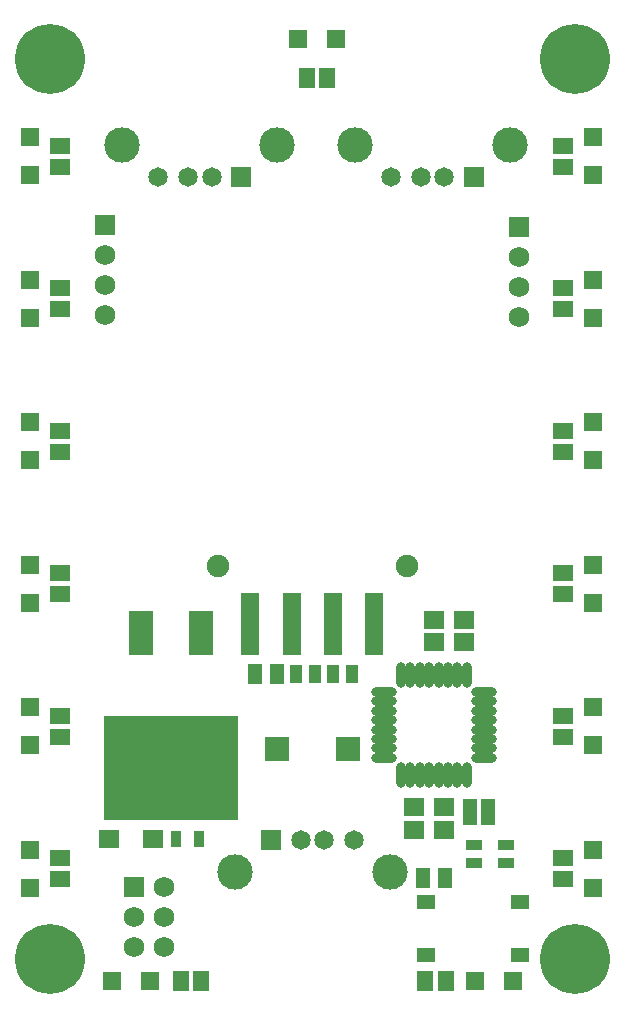
<source format=gts>
G04*
G04 #@! TF.GenerationSoftware,Altium Limited,Altium Designer,22.3.1 (43)*
G04*
G04 Layer_Color=8388736*
%FSLAX24Y24*%
%MOIN*%
G70*
G04*
G04 #@! TF.SameCoordinates,79C3986D-5B2C-41C9-8E5D-3D0232DA578A*
G04*
G04*
G04 #@! TF.FilePolarity,Negative*
G04*
G01*
G75*
%ADD20R,0.0787X0.0787*%
%ADD21R,0.0591X0.0591*%
%ADD24R,0.0591X0.0591*%
%ADD25R,0.0819X0.1500*%
%ADD26R,0.4500X0.3500*%
%ADD27R,0.0689X0.0591*%
%ADD28R,0.0374X0.0571*%
%ADD29R,0.0453X0.0866*%
%ADD31R,0.0531X0.0374*%
%ADD33R,0.0610X0.0512*%
%ADD34R,0.0631X0.2088*%
%ADD35O,0.0316X0.0848*%
%ADD36O,0.0848X0.0316*%
%ADD37R,0.0493X0.0651*%
%ADD38R,0.0651X0.0533*%
%ADD39R,0.0533X0.0651*%
%ADD40R,0.0671X0.0631*%
%ADD41R,0.0415X0.0611*%
%ADD42C,0.0749*%
%ADD43R,0.0690X0.0690*%
%ADD44C,0.0690*%
%ADD45C,0.1182*%
%ADD46C,0.0651*%
%ADD47R,0.0651X0.0651*%
%ADD48C,0.2330*%
D20*
X19931Y17000D02*
D03*
X17569D02*
D03*
D21*
X28100Y23130D02*
D03*
Y21870D02*
D03*
X9350Y13630D02*
D03*
Y12370D02*
D03*
Y32630D02*
D03*
Y31370D02*
D03*
Y18380D02*
D03*
Y17120D02*
D03*
Y23130D02*
D03*
Y21870D02*
D03*
Y27880D02*
D03*
Y26620D02*
D03*
Y37380D02*
D03*
Y36120D02*
D03*
X28100Y18380D02*
D03*
Y17120D02*
D03*
Y27880D02*
D03*
Y26620D02*
D03*
Y32630D02*
D03*
Y31370D02*
D03*
Y37380D02*
D03*
Y36120D02*
D03*
Y13630D02*
D03*
Y12370D02*
D03*
D24*
X18270Y40650D02*
D03*
X19530D02*
D03*
X12070Y9250D02*
D03*
X13330D02*
D03*
X25430D02*
D03*
X24170D02*
D03*
D25*
X13050Y20864D02*
D03*
X15050D02*
D03*
D26*
X14050Y16364D02*
D03*
D27*
X13438Y14000D02*
D03*
X11962D02*
D03*
D28*
X14984D02*
D03*
X14216D02*
D03*
D29*
X23995Y14900D02*
D03*
X24605D02*
D03*
D31*
X25200Y13209D02*
D03*
Y13800D02*
D03*
X24150Y13205D02*
D03*
Y13795D02*
D03*
D33*
X25665Y10114D02*
D03*
X22535D02*
D03*
X25665Y11886D02*
D03*
X22535D02*
D03*
D34*
X16683Y21151D02*
D03*
X18061D02*
D03*
X19439D02*
D03*
X20817D02*
D03*
D35*
X21698Y16127D02*
D03*
X22013D02*
D03*
X22328D02*
D03*
X22643D02*
D03*
X22957D02*
D03*
X23272D02*
D03*
X23587D02*
D03*
X23902D02*
D03*
Y19473D02*
D03*
X23587D02*
D03*
X23272D02*
D03*
X22957D02*
D03*
X22643D02*
D03*
X22328D02*
D03*
X22013D02*
D03*
X21698D02*
D03*
D36*
X24473Y16698D02*
D03*
Y17013D02*
D03*
Y17328D02*
D03*
Y17643D02*
D03*
Y17957D02*
D03*
Y18272D02*
D03*
Y18587D02*
D03*
Y18902D02*
D03*
X21127D02*
D03*
Y18587D02*
D03*
Y18272D02*
D03*
Y17957D02*
D03*
Y17643D02*
D03*
Y17328D02*
D03*
Y17013D02*
D03*
Y16698D02*
D03*
D37*
X16850Y19500D02*
D03*
X17578D02*
D03*
X23164Y12700D02*
D03*
X22436D02*
D03*
D38*
X27100Y22156D02*
D03*
Y22844D02*
D03*
Y17406D02*
D03*
Y18094D02*
D03*
Y26906D02*
D03*
Y27594D02*
D03*
Y31656D02*
D03*
Y32344D02*
D03*
Y36406D02*
D03*
Y37094D02*
D03*
X10350Y36406D02*
D03*
Y37094D02*
D03*
Y31656D02*
D03*
Y32344D02*
D03*
Y26906D02*
D03*
Y27594D02*
D03*
Y22156D02*
D03*
Y22844D02*
D03*
Y17406D02*
D03*
Y18094D02*
D03*
Y12656D02*
D03*
Y13344D02*
D03*
X27100Y12656D02*
D03*
Y13344D02*
D03*
D39*
X19244Y39350D02*
D03*
X18556D02*
D03*
X14356Y9250D02*
D03*
X15044D02*
D03*
X23189D02*
D03*
X22500D02*
D03*
D40*
X23800Y21298D02*
D03*
Y20550D02*
D03*
X22800Y21298D02*
D03*
Y20550D02*
D03*
X23150Y14302D02*
D03*
Y15050D02*
D03*
X22150Y14302D02*
D03*
Y15050D02*
D03*
D41*
X19425Y19500D02*
D03*
X20075D02*
D03*
X18200D02*
D03*
X18850D02*
D03*
D42*
X21900Y23100D02*
D03*
X15600D02*
D03*
D43*
X25650Y34400D02*
D03*
X11850Y34450D02*
D03*
X12800Y12400D02*
D03*
D44*
X25650Y33400D02*
D03*
Y32400D02*
D03*
Y31400D02*
D03*
X11850Y33450D02*
D03*
Y32450D02*
D03*
Y31450D02*
D03*
X13800Y12400D02*
D03*
X12800Y11400D02*
D03*
Y10400D02*
D03*
X13800Y11400D02*
D03*
Y10400D02*
D03*
D45*
X12413Y37117D02*
D03*
X17587D02*
D03*
X21337Y12883D02*
D03*
X16163D02*
D03*
X20163Y37117D02*
D03*
X25337D02*
D03*
D46*
X13622Y36050D02*
D03*
X14606D02*
D03*
X15394D02*
D03*
X20128Y13950D02*
D03*
X19144D02*
D03*
X18356D02*
D03*
X21372Y36050D02*
D03*
X22356D02*
D03*
X23144D02*
D03*
D47*
X16378D02*
D03*
X17372Y13950D02*
D03*
X24128Y36050D02*
D03*
D48*
X27500Y40000D02*
D03*
X10000D02*
D03*
Y10000D02*
D03*
X27500D02*
D03*
M02*

</source>
